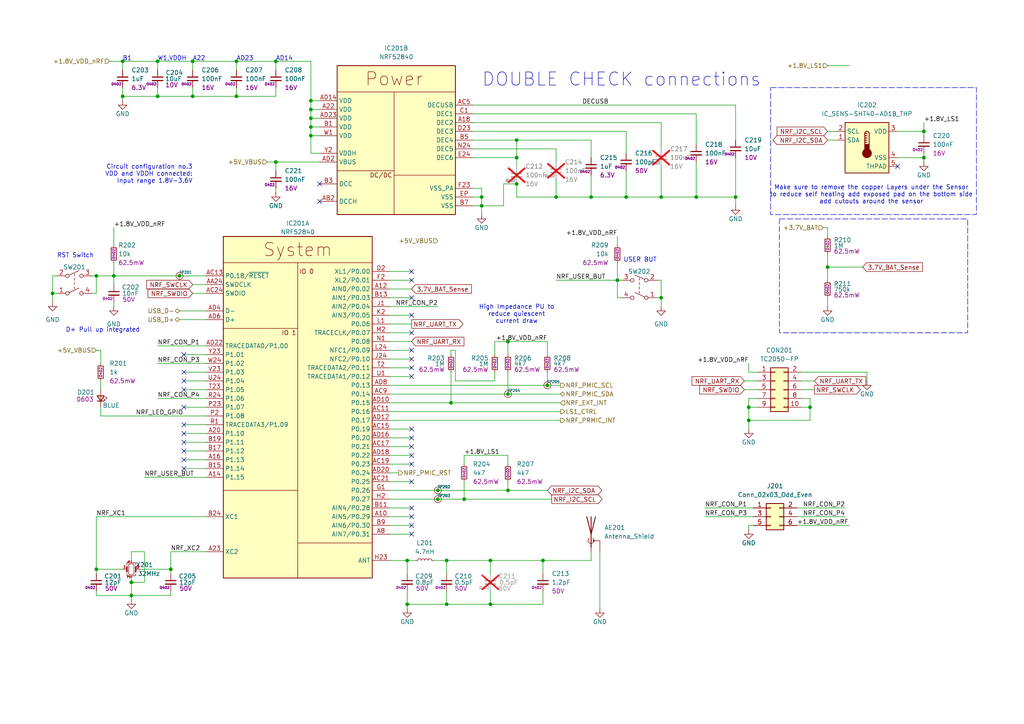
<source format=kicad_sch>
(kicad_sch (version 20231120) (generator "eeschema") (generator_version "8.0")
  (paper "A4")
  (junction (at 35.56 17.78))
  (junction (at 161.29 57.15))
  (junction (at 27.94 165.1))
  (junction (at 35.56 27.94))
  (junction (at 213.36 57.15))
  (junction (at 90.17 31.75))
  (junction (at 90.17 29.21))
  (junction (at 157.48 162.56))
  (junction (at 171.45 57.15))
  (junction (at 139.7 57.15))
  (junction (at 68.58 17.78))
  (junction (at 147.32 142.24))
  (junction (at 127 144.78))
  (junction (at 90.17 34.29))
  (junction (at 179.07 81.28))
  (junction (at 129.54 162.56))
  (junction (at 55.88 17.78))
  (junction (at 45.72 17.78))
  (junction (at 147.32 99.06))
  (junction (at 38.1 172.72))
  (junction (at 217.17 121.92))
  (junction (at 267.97 38.1))
  (junction (at 118.11 162.56))
  (junction (at 55.88 27.94))
  (junction (at 90.17 36.83))
  (junction (at 68.58 27.94))
  (junction (at 181.61 57.15))
  (junction (at 129.54 175.26))
  (junction (at 90.17 39.37))
  (junction (at 149.86 40.64))
  (junction (at 127 142.24))
  (junction (at 191.77 86.36))
  (junction (at 15.24 85.09))
  (junction (at 201.93 57.15))
  (junction (at 118.11 175.26))
  (junction (at 130.81 116.84))
  (junction (at 80.01 17.78))
  (junction (at 49.53 165.1))
  (junction (at 147.32 114.3))
  (junction (at 142.24 162.56))
  (junction (at 38.1 168.91))
  (junction (at 139.7 59.69))
  (junction (at 27.94 80.01))
  (junction (at 158.75 111.76))
  (junction (at 52.07 80.01))
  (junction (at 142.24 175.26))
  (junction (at 33.02 80.01))
  (junction (at 191.77 57.15))
  (junction (at 134.62 144.78))
  (junction (at 267.97 45.72))
  (junction (at 149.86 53.34))
  (junction (at 80.01 46.99))
  (junction (at 217.17 118.11))
  (junction (at 149.86 45.72))
  (junction (at 45.72 27.94))
  (junction (at 240.03 77.47))
  (junction (at 234.95 118.11))
  (no_connect (at 119.38 124.46))
  (no_connect (at 260.35 48.26))
  (no_connect (at 119.38 129.54))
  (no_connect (at 53.34 118.11))
  (no_connect (at 119.38 81.28))
  (no_connect (at 119.38 101.6))
  (no_connect (at 119.38 96.52))
  (no_connect (at 119.38 127))
  (no_connect (at 119.38 106.68))
  (no_connect (at 119.38 104.14))
  (no_connect (at 119.38 139.7))
  (no_connect (at 53.34 125.73))
  (no_connect (at 119.38 78.74))
  (no_connect (at 119.38 134.62))
  (no_connect (at 53.34 102.87))
  (no_connect (at 119.38 149.86))
  (no_connect (at 53.34 133.35))
  (no_connect (at 92.71 58.42))
  (no_connect (at 119.38 152.4))
  (no_connect (at 119.38 91.44))
  (no_connect (at 53.34 107.95))
  (no_connect (at 53.34 123.19))
  (no_connect (at 53.34 128.27))
  (no_connect (at 53.34 113.03))
  (no_connect (at 119.38 132.08))
  (no_connect (at 119.38 147.32))
  (no_connect (at 53.34 135.89))
  (no_connect (at 53.34 130.81))
  (no_connect (at 53.34 110.49))
  (no_connect (at 119.38 109.22))
  (no_connect (at 119.38 154.94))
  (no_connect (at 119.38 86.36))
  (no_connect (at 92.71 53.34))
  (wire (pts (xy 53.34 118.11) (xy 59.69 118.11)))
  (wire (pts (xy 77.47 46.99) (xy 80.01 46.99)))
  (wire (pts (xy 49.53 160.02) (xy 49.53 165.1)))
  (wire (pts (xy 213.36 57.15) (xy 213.36 59.69)))
  (wire (pts (xy 238.76 66.04) (xy 240.03 66.04)))
  (wire (pts (xy 201.93 57.15) (xy 201.93 46.99)))
  (wire (pts (xy 90.17 36.83) (xy 90.17 39.37)))
  (wire (pts (xy 240.03 77.47) (xy 250.19 77.47)))
  (wire (pts (xy 127 142.24) (xy 147.32 142.24)))
  (wire (pts (xy 171.45 57.15) (xy 171.45 50.8)))
  (wire (pts (xy 179.07 68.58) (xy 179.07 71.12)))
  (wire (pts (xy 217.17 105.41) (xy 217.17 107.95)))
  (wire (pts (xy 53.34 107.95) (xy 59.69 107.95)))
  (wire (pts (xy 119.38 99.06) (xy 113.03 99.06)))
  (wire (pts (xy 267.97 46.99) (xy 267.97 45.72)))
  (wire (pts (xy 158.75 111.76) (xy 162.56 111.76)))
  (wire (pts (xy 236.22 113.03) (xy 232.41 113.03)))
  (wire (pts (xy 219.71 115.57) (xy 217.17 115.57)))
  (wire (pts (xy 161.29 57.15) (xy 171.45 57.15)))
  (wire (pts (xy 218.44 147.32) (xy 204.47 147.32)))
  (wire (pts (xy 53.34 135.89) (xy 59.69 135.89)))
  (wire (pts (xy 267.97 44.45) (xy 267.97 45.72)))
  (wire (pts (xy 181.61 57.15) (xy 181.61 49.53)))
  (wire (pts (xy 260.35 45.72) (xy 267.97 45.72)))
  (wire (pts (xy 179.07 86.36) (xy 180.34 86.36)))
  (wire (pts (xy 143.51 110.49) (xy 143.51 107.95)))
  (wire (pts (xy 240.03 73.66) (xy 240.03 77.47)))
  (wire (pts (xy 231.14 147.32) (xy 245.11 147.32)))
  (wire (pts (xy 90.17 36.83) (xy 92.71 36.83)))
  (wire (pts (xy 147.32 99.06) (xy 158.75 99.06)))
  (wire (pts (xy 113.03 144.78) (xy 127 144.78)))
  (wire (pts (xy 180.34 81.28) (xy 179.07 81.28)))
  (wire (pts (xy 137.16 33.02) (xy 201.93 33.02)))
  (wire (pts (xy 45.72 20.32) (xy 45.72 17.78)))
  (wire (pts (xy 161.29 57.15) (xy 161.29 52.07)))
  (wire (pts (xy 129.54 162.56) (xy 125.73 162.56)))
  (wire (pts (xy 68.58 25.4) (xy 68.58 27.94)))
  (wire (pts (xy 236.22 110.49) (xy 232.41 110.49)))
  (wire (pts (xy 149.86 45.72) (xy 149.86 48.26)))
  (wire (pts (xy 53.34 125.73) (xy 59.69 125.73)))
  (wire (pts (xy 80.01 17.78) (xy 90.17 17.78)))
  (wire (pts (xy 129.54 175.26) (xy 142.24 175.26)))
  (wire (pts (xy 55.88 17.78) (xy 55.88 20.32)))
  (wire (pts (xy 33.02 87.63) (xy 33.02 88.9)))
  (wire (pts (xy 134.62 132.08) (xy 147.32 132.08)))
  (wire (pts (xy 251.46 107.95) (xy 251.46 110.49)))
  (wire (pts (xy 38.1 162.56) (xy 38.1 160.02)))
  (wire (pts (xy 240.03 38.1) (xy 242.57 38.1)))
  (wire (pts (xy 240.03 77.47) (xy 240.03 81.28)))
  (wire (pts (xy 234.95 115.57) (xy 234.95 118.11)))
  (wire (pts (xy 40.64 165.1) (xy 49.53 165.1)))
  (wire (pts (xy 191.77 57.15) (xy 191.77 48.26)))
  (wire (pts (xy 80.01 54.61) (xy 80.01 55.88)))
  (wire (pts (xy 142.24 162.56) (xy 157.48 162.56)))
  (wire (pts (xy 234.95 121.92) (xy 234.95 118.11)))
  (wire (pts (xy 115.57 137.16) (xy 113.03 137.16)))
  (wire (pts (xy 240.03 19.05) (xy 246.38 19.05)))
  (wire (pts (xy 137.16 30.48) (xy 213.36 30.48)))
  (wire (pts (xy 15.24 87.63) (xy 15.24 85.09)))
  (wire (pts (xy 147.32 99.06) (xy 147.32 102.87)))
  (wire (pts (xy 68.58 27.94) (xy 80.01 27.94)))
  (wire (pts (xy 35.56 17.78) (xy 45.72 17.78)))
  (wire (pts (xy 38.1 160.02) (xy 41.91 160.02)))
  (wire (pts (xy 191.77 57.15) (xy 181.61 57.15)))
  (wire (pts (xy 191.77 81.28) (xy 191.77 86.36)))
  (wire (pts (xy 147.32 114.3) (xy 162.56 114.3)))
  (wire (pts (xy 27.94 80.01) (xy 27.94 85.09)))
  (wire (pts (xy 59.69 92.71) (xy 52.07 92.71)))
  (wire (pts (xy 147.32 107.95) (xy 147.32 114.3)))
  (wire (pts (xy 120.65 162.56) (xy 118.11 162.56)))
  (wire (pts (xy 137.16 40.64) (xy 149.86 40.64)))
  (wire (pts (xy 53.34 128.27) (xy 59.69 128.27)))
  (wire (pts (xy 149.86 57.15) (xy 149.86 53.34)))
  (wire (pts (xy 119.38 147.32) (xy 113.03 147.32)))
  (wire (pts (xy 217.17 121.92) (xy 217.17 124.46)))
  (wire (pts (xy 27.94 149.86) (xy 59.69 149.86)))
  (wire (pts (xy 171.45 40.64) (xy 171.45 45.72)))
  (wire (pts (xy 157.48 162.56) (xy 157.48 166.37)))
  (wire (pts (xy 267.97 38.1) (xy 260.35 38.1)))
  (wire (pts (xy 142.24 162.56) (xy 129.54 162.56)))
  (wire (pts (xy 31.75 17.78) (xy 35.56 17.78)))
  (wire (pts (xy 158.75 107.95) (xy 158.75 111.76)))
  (wire (pts (xy 33.02 80.01) (xy 33.02 82.55)))
  (wire (pts (xy 142.24 171.45) (xy 142.24 175.26)))
  (wire (pts (xy 27.94 149.86) (xy 27.94 165.1)))
  (wire (pts (xy 15.24 80.01) (xy 15.24 85.09)))
  (wire (pts (xy 45.72 17.78) (xy 55.88 17.78)))
  (wire (pts (xy 217.17 118.11) (xy 217.17 121.92)))
  (wire (pts (xy 157.48 162.56) (xy 171.45 162.56)))
  (wire (pts (xy 217.17 118.11) (xy 219.71 118.11)))
  (wire (pts (xy 16.51 80.01) (xy 15.24 80.01)))
  (wire (pts (xy 147.32 132.08) (xy 147.32 134.62)))
  (wire (pts (xy 129.54 175.26) (xy 118.11 175.26)))
  (wire (pts (xy 240.03 40.64) (xy 242.57 40.64)))
  (wire (pts (xy 130.81 116.84) (xy 162.56 116.84)))
  (wire (pts (xy 232.41 107.95) (xy 251.46 107.95)))
  (wire (pts (xy 29.21 118.11) (xy 29.21 120.65)))
  (wire (pts (xy 29.21 101.6) (xy 29.21 105.41)))
  (wire (pts (xy 147.32 139.7) (xy 147.32 142.24)))
  (wire (pts (xy 143.51 102.87) (xy 143.51 99.06)))
  (wire (pts (xy 158.75 99.06) (xy 158.75 102.87)))
  (wire (pts (xy 217.17 152.4) (xy 218.44 152.4)))
  (wire (pts (xy 139.7 57.15) (xy 139.7 59.69)))
  (wire (pts (xy 139.7 57.15) (xy 137.16 57.15)))
  (wire (pts (xy 119.38 149.86) (xy 113.03 149.86)))
  (wire (pts (xy 45.72 27.94) (xy 45.72 25.4)))
  (wire (pts (xy 29.21 110.49) (xy 29.21 113.03)))
  (wire (pts (xy 179.07 76.2) (xy 179.07 81.28)))
  (wire (pts (xy 90.17 34.29) (xy 92.71 34.29)))
  (wire (pts (xy 142.24 175.26) (xy 157.48 175.26)))
  (wire (pts (xy 137.16 35.56) (xy 191.77 35.56)))
  (wire (pts (xy 55.88 27.94) (xy 68.58 27.94)))
  (wire (pts (xy 217.17 115.57) (xy 217.17 118.11)))
  (wire (pts (xy 33.02 80.01) (xy 52.07 80.01)))
  (wire (pts (xy 267.97 35.56) (xy 267.97 38.1)))
  (wire (pts (xy 139.7 54.61) (xy 139.7 57.15)))
  (wire (pts (xy 139.7 59.69) (xy 139.7 62.23)))
  (wire (pts (xy 29.21 120.65) (xy 59.69 120.65)))
  (wire (pts (xy 119.38 101.6) (xy 113.03 101.6)))
  (wire (pts (xy 191.77 35.56) (xy 191.77 43.18)))
  (wire (pts (xy 55.88 17.78) (xy 68.58 17.78)))
  (wire (pts (xy 90.17 34.29) (xy 90.17 36.83)))
  (wire (pts (xy 119.38 104.14) (xy 113.03 104.14)))
  (wire (pts (xy 35.56 27.94) (xy 45.72 27.94)))
  (wire (pts (xy 213.36 30.48) (xy 213.36 40.64)))
  (wire (pts (xy 53.34 130.81) (xy 59.69 130.81)))
  (wire (pts (xy 59.69 90.17) (xy 52.07 90.17)))
  (wire (pts (xy 55.88 85.09) (xy 59.69 85.09)))
  (wire (pts (xy 119.38 78.74) (xy 113.03 78.74)))
  (wire (pts (xy 127 144.78) (xy 134.62 144.78)))
  (wire (pts (xy 129.54 166.37) (xy 129.54 162.56)))
  (wire (pts (xy 119.38 83.82) (xy 113.03 83.82)))
  (wire (pts (xy 35.56 27.94) (xy 35.56 29.21)))
  (wire (pts (xy 15.24 85.09) (xy 16.51 85.09)))
  (wire (pts (xy 171.45 160.02) (xy 171.45 162.56)))
  (wire (pts (xy 80.01 25.4) (xy 80.01 27.94)))
  (wire (pts (xy 130.81 101.6) (xy 132.08 101.6)))
  (wire (pts (xy 33.02 80.01) (xy 33.02 76.2)))
  (wire (pts (xy 80.01 46.99) (xy 92.71 46.99)))
  (wire (pts (xy 49.53 160.02) (xy 59.69 160.02)))
  (wire (pts (xy 80.01 17.78) (xy 80.01 20.32)))
  (wire (pts (xy 134.62 134.62) (xy 134.62 132.08)))
  (wire (pts (xy 119.38 154.94) (xy 113.03 154.94)))
  (wire (pts (xy 215.9 110.49) (xy 219.71 110.49)))
  (wire (pts (xy 27.94 172.72) (xy 38.1 172.72)))
  (wire (pts (xy 27.94 166.37) (xy 27.94 165.1)))
  (wire (pts (xy 119.38 124.46) (xy 113.03 124.46)))
  (wire (pts (xy 181.61 38.1) (xy 181.61 44.45)))
  (wire (pts (xy 113.03 111.76) (xy 158.75 111.76)))
  (wire (pts (xy 213.36 57.15) (xy 201.93 57.15)))
  (wire (pts (xy 240.03 86.36) (xy 240.03 88.9)))
  (wire (pts (xy 137.16 43.18) (xy 161.29 43.18)))
  (wire (pts (xy 215.9 113.03) (xy 219.71 113.03)))
  (wire (pts (xy 143.51 99.06) (xy 147.32 99.06)))
  (wire (pts (xy 119.38 106.68) (xy 113.03 106.68)))
  (wire (pts (xy 90.17 31.75) (xy 90.17 34.29)))
  (wire (pts (xy 149.86 57.15) (xy 161.29 57.15)))
  (wire (pts (xy 147.32 142.24) (xy 158.75 142.24)))
  (wire (pts (xy 53.34 123.19) (xy 59.69 123.19)))
  (wire (pts (xy 90.17 17.78) (xy 90.17 29.21)))
  (wire (pts (xy 41.91 168.91) (xy 38.1 168.91)))
  (wire (pts (xy 119.38 81.28) (xy 113.03 81.28)))
  (wire (pts (xy 27.94 80.01) (xy 33.02 80.01)))
  (wire (pts (xy 49.53 165.1) (xy 49.53 166.37)))
  (wire (pts (xy 134.62 144.78) (xy 134.62 139.7)))
  (wire (pts (xy 53.34 110.49) (xy 59.69 110.49)))
  (wire (pts (xy 118.11 176.53) (xy 118.11 175.26)))
  (wire (pts (xy 267.97 38.1) (xy 267.97 39.37)))
  (wire (pts (xy 201.93 57.15) (xy 191.77 57.15)))
  (wire (pts (xy 38.1 168.91) (xy 38.1 167.64)))
  (wire (pts (xy 68.58 17.78) (xy 68.58 20.32)))
  (wire (pts (xy 119.38 96.52) (xy 113.03 96.52)))
  (wire (pts (xy 232.41 115.57) (xy 234.95 115.57)))
  (wire (pts (xy 35.56 17.78) (xy 35.56 20.32)))
  (wire (pts (xy 118.11 162.56) (xy 113.03 162.56)))
  (wire (pts (xy 80.01 46.99) (xy 80.01 49.53)))
  (wire (pts (xy 27.94 171.45) (xy 27.94 172.72)))
  (wire (pts (xy 55.88 82.55) (xy 59.69 82.55)))
  (wire (pts (xy 191.77 88.9) (xy 191.77 86.36)))
  (wire (pts (xy 213.36 45.72) (xy 213.36 57.15)))
  (wire (pts (xy 118.11 171.45) (xy 118.11 175.26)))
  (wire (pts (xy 118.11 166.37) (xy 118.11 162.56)))
  (wire (pts (xy 27.94 85.09) (xy 26.67 85.09)))
  (wire (pts (xy 119.38 91.44) (xy 113.03 91.44)))
  (wire (pts (xy 119.38 86.36) (xy 113.03 86.36)))
  (wire (pts (xy 38.1 172.72) (xy 38.1 168.91)))
  (wire (pts (xy 119.38 134.62) (xy 113.03 134.62)))
  (wire (pts (xy 161.29 43.18) (xy 161.29 46.99)))
  (wire (pts (xy 130.81 102.87) (xy 130.81 101.6)))
  (wire (pts (xy 190.5 81.28) (xy 191.77 81.28)))
  (wire (pts (xy 33.02 66.04) (xy 33.02 71.12)))
  (wire (pts (xy 171.45 57.15) (xy 181.61 57.15)))
  (wire (pts (xy 113.03 119.38) (xy 162.56 119.38)))
  (wire (pts (xy 26.67 80.01) (xy 27.94 80.01)))
  (wire (pts (xy 49.53 172.72) (xy 49.53 171.45)))
  (wire (pts (xy 146.05 59.69) (xy 146.05 53.34)))
  (wire (pts (xy 142.24 166.37) (xy 142.24 162.56)))
  (wire (pts (xy 217.17 121.92) (xy 234.95 121.92)))
  (wire (pts (xy 90.17 39.37) (xy 92.71 39.37)))
  (wire (pts (xy 132.08 101.6) (xy 132.08 110.49)))
  (wire (pts (xy 217.17 153.67) (xy 217.17 152.4)))
  (wire (pts (xy 130.81 107.95) (xy 130.81 116.84)))
  (wire (pts (xy 38.1 173.99) (xy 38.1 172.72)))
  (wire (pts (xy 134.62 144.78) (xy 160.02 144.78)))
  (wire (pts (xy 149.86 40.64) (xy 171.45 40.64)))
  (wire (pts (xy 137.16 45.72) (xy 149.86 45.72)))
  (wire (pts (xy 53.34 133.35) (xy 59.69 133.35)))
  (wire (pts (xy 161.29 81.28) (xy 179.07 81.28)))
  (wire (pts (xy 119.38 139.7) (xy 113.03 139.7)))
  (wire (pts (xy 53.34 102.87) (xy 59.69 102.87)))
  (wire (pts (xy 35.56 25.4) (xy 35.56 27.94)))
  (wire (pts (xy 38.1 172.72) (xy 49.53 172.72)))
  (wire (pts (xy 113.03 116.84) (xy 130.81 116.84)))
  (wire (pts (xy 219.71 107.95) (xy 217.17 107.95)))
  (wire (pts (xy 68.58 17.78) (xy 80.01 17.78)))
  (wire (pts (xy 113.03 114.3) (xy 147.32 114.3)))
  (wire (pts (xy 139.7 54.61) (xy 137.16 54.61)))
  (wire (pts (xy 157.48 171.45) (xy 157.48 175.26)))
  (wire (pts (xy 129.54 171.45) (xy 129.54 175.26)))
  (wire (pts (xy 201.93 33.02) (xy 201.93 41.91)))
  (wire (pts (xy 119.38 132.08) (xy 113.03 132.08)))
  (wire (pts (xy 139.7 59.69) (xy 146.05 59.69)))
  (wire (pts (xy 179.07 81.28) (xy 179.07 86.36)))
  (wire (pts (xy 55.88 25.4) (xy 55.88 27.94)))
  (wire (pts (xy 52.07 80.01) (xy 59.69 80.01)))
  (wire (pts (xy 92.71 44.45) (xy 90.17 44.45)))
  (wire (pts (xy 132.08 110.49) (xy 143.51 110.49)))
  (wire (pts (xy 27.94 165.1) (xy 35.56 165.1)))
  (wire (pts (xy 113.03 142.24) (xy 127 142.24)))
  (wire (pts (xy 232.41 118.11) (xy 234.95 118.11)))
  (wire (pts (xy 90.17 29.21) (xy 90.17 31.75)))
  (wire (pts (xy 146.05 53.34) (xy 149.86 53.34)))
  (wire (pts (xy 240.03 66.04) (xy 240.03 68.58)))
  (wire (pts (xy 90.17 29.21) (xy 92.71 29.21)))
  (wire (pts (xy 231.14 149.86) (xy 245.11 149.86)))
  (wire (pts (xy 41.91 138.43) (xy 59.69 138.43)))
  (wire (pts (xy 173.99 176.53) (xy 173.99 160.02)))
  (wire (pts (xy 41.91 160.02) (xy 41.91 168.91)))
  (wire (pts (xy 137.16 38.1) (xy 181.61 38.1)))
  (wire (pts (xy 53.34 113.03) (xy 59.69 113.03)))
  (wire (pts (xy 231.14 152.4) (xy 246.38 152.4)))
  (wire (pts (xy 113.03 121.92) (xy 162.56 121.92)))
  (wire (pts (xy 191.77 86.36) (xy 190.5 86.36)))
  (wire (pts (xy 119.38 152.4) (xy 113.03 152.4)))
  (wire (pts (xy 119.38 93.98) (xy 113.03 93.98)))
  (wire (pts (xy 119.38 129.54) (xy 113.03 129.54)))
  (wire (pts (xy 59.69 100.33) (xy 45.72 100.33)))
  (wire (pts (xy 113.03 88.9) (xy 127 88.9)))
  (wire (pts (xy 119.38 109.22) (xy 113.03 109.22)))
  (wire (pts (xy 45.72 115.57) (xy 59.69 115.57)))
  (wire (pts (xy 27.94 101.6) (xy 29.21 101.6)))
  (wire (pts (xy 45.72 105.41) (xy 59.69 105.41)))
  (wire (pts (xy 119.38 127) (xy 113.03 127)))
  (wire (pts (xy 90.17 31.75) (xy 92.71 31.75)))
  (wire (pts (xy 45.72 27.94) (xy 55.88 27.94)))
  (wire (pts (xy 149.86 40.64) (xy 149.86 45.72)))
  (wire (pts (xy 137.16 59.69) (xy 139.7 59.69)))
  (wire (pts (xy 204.47 149.86) (xy 218.44 149.86)))
  (wire (pts (xy 90.17 44.45) (xy 90.17 39.37)))
  (rectangle (start 226.06 63.5) (end 280.67 96.52) (stroke (width 0) (type dash)))
  (rectangle (start 223.52 25.4) (end 283.21 62.23) (stroke (width 0) (type dash)))
  (text "AD23" (at 68.58 17.78 0) (effects (font (size 1.27 1.27)) (justify left bottom)))
  (text "Circuit configuration no.3\nVDD and VDDH connected:\nInput range 1.8V-3.6V" (at 55.88 53.34 0) (effects (font (size 1.27 1.27)) (justify right bottom)))
  (text "DOUBLE CHECK connections" (at 139.7 25.4 0) (effects (font (size 3.81 3.81)) (justify left bottom)))
  (text "USER BUT" (at 190.5 76.2 0) (effects (font (size 1.27 1.27)) (justify right bottom)))
  (text "A22" (at 55.88 17.78 0) (effects (font (size 1.27 1.27)) (justify left bottom)))
  (text "High Impedance PU to\nreduce quiescent\ncurrent draw" (at 149.86 91.186 0) (effects (font (size 1.27 1.27))))
  (text "AD14" (at 80.01 17.78 0) (effects (font (size 1.27 1.27)) (justify left bottom)))
  (text "Make sure to remove the copper Layers under the Sensor\nto reduce self heating add exposed pad on the bottom side\nadd cutouts around the sensor" (at 252.73 56.515 0) (effects (font (size 1.27 1.27))))
  (text "W1,VDDH" (at 45.72 17.78 0) (effects (font (size 1.27 1.27)) (justify left bottom)))
  (text "RST Switch" (at 16.51 74.93 0) (effects (font (size 1.27 1.27)) (justify left bottom)))
  (text "B1" (at 35.56 17.78 0) (effects (font (size 1.27 1.27)) (justify left bottom)))
  (text "D+ Pull up integrated" (at 40.64 96.52 0) (effects (font (size 1.27 1.27)) (justify right bottom)))
  (label "+1.8V_LS1" (at 134.62 132.08 0))
  (label "+1.8V_VDD_nRF" (at 231.14 152.4 0))
  (label "NRF_USER_BUT" (at 41.91 138.43 0))
  (label "NRF_LED_GPIO" (at 39.37 120.65 0))
  (label "+1.8V_LS1" (at 267.97 35.56 0))
  (label "NRF_XC2" (at 49.53 160.02 0))
  (label "+1.8V_VDD_nRF" (at 179.07 68.58 180))
  (label "NRF_CON_P2" (at 127 88.9 180))
  (label "NRF_CON_P2" (at 245.11 147.32 180))
  (label "+1.8V_VDD_nRF" (at 33.02 66.04 0))
  (label "NRF_CON_P1" (at 45.72 100.33 0))
  (label "NRF_CON_P3" (at 45.72 105.41 0))
  (label "NRF_USER_BUT" (at 161.29 81.28 0))
  (label "+1.8V_VDD_nRF" (at 158.75 99.06 180))
  (label "+1.8V_VDD_nRF" (at 217.17 105.41 180))
  (label "NRF_CON_P1" (at 204.47 147.32 0))
  (label "NRF_XC1" (at 27.94 149.86 0))
  (label "NRF_CON_P3" (at 204.47 149.86 0))
  (label "DECUSB" (at 176.53 30.48 180))
  (label "NRF_CON_P4" (at 245.11 149.86 180))
  (label "NRF_CON_P4" (at 45.72 115.57 0))
  (global_label "NRF_UART_TX" (shape output) (at 119.38 93.98 0) (property "Intersheetrefs" "${INTERSHEET_REFS}" (effects (hide yes))))
  (global_label "NRF_SWCLK" (shape input) (at 55.88 82.55 180) (property "Intersheetrefs" "${INTERSHEET_REFS}" (effects (hide yes))))
  (global_label "NRF_I2C_SCL" (shape output) (at 160.02 144.78 0) (property "Intersheetrefs" "${INTERSHEET_REFS}" (effects (hide yes))))
  (global_label "NRF_UART_RX" (shape input) (at 215.9 110.49 180) (property "Intersheetrefs" "${INTERSHEET_REFS}" (effects (hide yes))))
  (global_label "NRF_SWDIO" (shape input) (at 215.9 113.03 180) (property "Intersheetrefs" "${INTERSHEET_REFS}" (effects (hide yes))))
  (global_label "3.7V_BAT_Sense" (shape input) (at 250.19 77.47 0) (property "Intersheetrefs" "${INTERSHEET_REFS}" (effects (hide yes))))
  (global_label "NRF_UART_RX" (shape input) (at 119.38 99.06 0) (property "Intersheetrefs" "${INTERSHEET_REFS}" (effects (hide yes))))
  (global_label "NRF_SWDIO" (shape input) (at 55.88 85.09 180) (property "Intersheetrefs" "${INTERSHEET_REFS}" (effects (hide yes))))
  (global_label "NRF_SWCLK" (shape output) (at 236.22 113.03 0) (property "Intersheetrefs" "${INTERSHEET_REFS}" (effects (hide yes))))
  (global_label "NRF_I2C_SCL" (shape input) (at 240.03 38.1 180) (property "Intersheetrefs" "${INTERSHEET_REFS}" (effects (hide yes))))
  (global_label "NRF_UART_TX" (shape input) (at 236.22 110.49 0) (property "Intersheetrefs" "${INTERSHEET_REFS}" (effects (hide yes))))
  (global_label "NRF_I2C_SDA" (shape bidirectional) (at 158.75 142.24 0) (property "Intersheetrefs" "${INTERSHEET_REFS}" (effects (hide yes))))
  (global_label "NRF_I2C_SDA" (shape bidirectional) (at 240.03 40.64 180) (property "Intersheetrefs" "${INTERSHEET_REFS}" (effects (hide yes))))
  (global_label "3.7V_BAT_Sense" (shape input) (at 119.38 83.82 0) (property "Intersheetrefs" "${INTERSHEET_REFS}" (effects (hide yes))))
  (hierarchical_label "USB_D+" (shape bidirectional) (at 52.07 92.71 180))
  (hierarchical_label "USB_D-" (shape bidirectional) (at 52.07 90.17 180))
  (hierarchical_label "NRF_PMIC_RST" (shape output) (at 115.57 137.16 0))
  (hierarchical_label "NRF_PMIC_SCL" (shape output) (at 162.56 111.76 0))
  (hierarchical_label "+1.8V_LS1" (shape input) (at 240.03 19.05 180))
  (hierarchical_label "+5V_VBUS" (shape input) (at 127 69.85 180))
  (hierarchical_label "NRF_PMIC_SDA" (shape bidirectional) (at 162.56 114.3 0))
  (hierarchical_label "NRF_PRMIC_INT" (shape output) (at 162.56 121.92 0))
  (hierarchical_label "+5V_VBUS" (shape input) (at 27.94 101.6 180))
  (hierarchical_label "LS1_CTRL" (shape output) (at 162.56 119.38 0))
  (hierarchical_label "+1.8V_VDD_nRF" (shape input) (at 31.75 17.78 180))
  (hierarchical_label "+3.7V_BAT" (shape input) (at 238.76 66.04 180))
  (hierarchical_label "NRF_EXT_INT" (shape input) (at 162.56 116.84 0))
  (hierarchical_label "+5V_VBUS" (shape input) (at 77.47 46.99 180))
  (symbol (lib_id "IC_SENS:IC_SENS-SHT40-AD1B_THP") (at 251.46 35.56 0) (unit 1)
    (property "Reference" "IC202" (at 251.46 30.48 0))
    (property "Value" "IC_SENS-SHT40-AD1B_THP" (at 251.46 33.02 0))
    (property "Footprint" "DFN:DNF-1.5x1.5_H0.54-SHT40-AD1B_THPAD" (effects (hide yes)))
    (property "Datasheet" "${KICAD_DATASHEET}/Sensirion_SHT4x-3003109.pdf" (effects (hide yes)))
  )
  (symbol (lib_id "CAP:C-100pF-0402-50V-62.5mW-1%") (at 181.61 46.99 0) (unit 1)
    (property "Reference" "C216" (at 184.15 44.4562 0) (effects (justify left)))
    (property "Value" "100pF" (at 184.15 46.9962 0) (effects (justify left)))
    (property "Footprint" "Capacitor_SMD:C_0402_1005Metric" (effects (hide yes)))
    (property "Datasheet" "${KICAD_DATASHEET}/MLCC_FH-Guangdong-Fenghua.pdf" (effects (hide yes)))
    (property "Size" "0402" (at 179.832 48.514 0) (effects (font (size 0.762 0.762))))
    (property "Voltage" "50V" (at 184.15 49.5362 0) (effects (justify left)))
    (property "LCSC Part #" "C1546" (effects (hide yes)))
  )
  (symbol (lib_id "CAP:C-100nF-0402-16V-X7R-10%") (at 55.88 22.86 0) (unit 1)
    (property "Reference" "C206" (at 58.42 20.3262 0) (effects (justify left)))
    (property "Value" "100nF" (at 58.42 22.8662 0) (effects (justify left)))
    (property "Footprint" "Capacitor_SMD:C_0402_1005Metric" (effects (hide yes)))
    (property "Datasheet" "${KICAD_DATASHEET}/MLCC_Samsung-Electro-Mechanics.pdf" (effects (hide yes)))
    (property "Size" "0402" (at 54.102 24.384 0) (effects (font (size 0.762 0.762))))
    (property "Voltage" "16V" (at 58.42 25.4062 0) (effects (justify left)))
    (property "LCSC Part #" "C1525" (effects (hide yes)))
  )
  (symbol (lib_id "PCB:TP-PAD-0.9mm") (at 147.32 114.3 0) (unit 1)
    (property "Reference" "TP204" (at 149.098 113.284 0) (effects (font (size 0.762 0.762))))
    (property "Value" "TP" (effects (hide yes)))
    (property "Footprint" "PCB:TP_Pad_D0.9mm" (effects (hide yes)))
  )
  (symbol (lib_id "power:GND") (at 217.17 153.67 0) (unit 1)
    (property "Reference" "#PWR0213" (effects (hide yes)))
    (property "Value" "GND" (at 217.17 157.48 0))
    (property "Description" "Power symbol creates a global label with name \"GND\" , ground" (effects (hide yes)))
  )
  (symbol (lib_id "CAP:C-100nF-0402-16V-X7R-10%") (at 80.01 52.07 0) (unit 1)
    (property "Reference" "C221" (at 82.55 49.5362 0) (effects (justify left)))
    (property "Value" "100nF" (at 82.55 52.0762 0) (effects (justify left)))
    (property "Footprint" "Capacitor_SMD:C_0402_1005Metric" (effects (hide yes)))
    (property "Datasheet" "${KICAD_DATASHEET}/MLCC_Samsung-Electro-Mechanics.pdf" (effects (hide yes)))
    (property "Size" "0402" (at 78.232 53.594 0) (effects (font (size 0.762 0.762))))
    (property "Voltage" "16V" (at 82.55 54.6162 0) (effects (justify left)))
    (property "LCSC Part #" "C1525" (effects (hide yes)))
  )
  (symbol (lib_id "RES:R-750k-0402-62.5mW-1%") (at 240.03 83.82 0) (unit 1)
    (property "Reference" "R211" (at 241.808 82.296 0) (effects (justify left)))
    (property "Value" "750k" (at 241.808 83.947 0) (effects (justify left)))
    (property "Footprint" "Resistor_SMD:R_0402_1005Metric" (effects (hide yes)))
    (property "Datasheet" "${KICAD_DATASHEET}/RES_Yageo_RC_L_Series.pdf" (effects (hide yes)))
    (property "Size" "0402" (at 240.03 85.344 90) (effects (font (size 0.762 0.762)) (justify left)))
    (property "Power Rating" "62.5mW" (at 241.808 85.598 0) (effects (justify left)))
    (property "LCSC Part #" "C137937" (effects (hide yes)))
  )
  (symbol (lib_id "Connector_Generic:Conn_02x03_Odd_Even") (at 223.52 149.86 0) (unit 1)
    (property "Reference" "J201" (at 224.79 140.97 0))
    (property "Value" "Conn_02x03_Odd_Even" (at 224.79 143.51 0))
    (property "Footprint" "Connector_PinHeader_2.54mm:PinHeader_2x03_P2.54mm_Vertical" (effects (hide yes)))
    (property "Description" "Generic connector, double row, 02x03, odd/even pin numbering scheme (row 1 odd numbers, row 2 even numbers), script generated (kicad-library-utils/schlib/autogen/connector/)" (effects (hide yes)))
  )
  (symbol (lib_id "RES:R-10k-0402-62.5mW-1%") (at 33.02 73.66 0) (unit 1)
    (property "Reference" "R202" (at 34.29 71.12 0) (effects (justify left)))
    (property "Value" "10k" (at 34.29 73.66 0) (effects (justify left)))
    (property "Footprint" "Resistor_SMD:R_0402_1005Metric" (effects (hide yes)))
    (property "Datasheet" "${KICAD_DATASHEET}/Resistors_SMD_UNI-ROYAL-Uniroyal-Elec.pdf" (effects (hide yes)))
    (property "LCSC Part #" "C25744" (effects (hide yes)))
    (property "Size" "0402" (at 33.02 73.66 90) (effects (font (size 0.762 0.762))))
    (property "Power Rating" "62.5mW" (at 34.29 76.2 0) (effects (justify left)))
  )
  (symbol (lib_id "RES:R-4.7k-0402-62.5mW-1%") (at 158.75 105.41 0) (unit 1)
    (property "Reference" "R208" (at 160.528 103.886 0) (effects (justify left)))
    (property "Value" "4k7" (at 162.306 105.41 0))
    (property "Footprint" "Resistor_SMD:R_0402_1005Metric" (effects (hide yes)))
    (property "Datasheet" "${KICAD_DATASHEET}/Resistors_SMD_UNI-ROYAL-Uniroyal-Elec.pdf" (effects (hide yes)))
    (property "LCSC Part #" " C25900" (effects (hide yes)))
    (property "Size" "0402" (at 158.75 105.41 90) (effects (font (size 0.762 0.762))))
    (property "Power Rating" "62.5mW" (at 164.338 107.188 0))
  )
  (symbol (lib_id "CAP:C-0.8pF-0402-62.5mW-1%") (at 118.11 168.91 0) (unit 1)
    (property "Reference" "C209" (at 120.396 167.132 0) (effects (justify left)))
    (property "Value" "0.8pF" (at 123.19 168.91 0))
    (property "Footprint" "Capacitor_SMD:C_0402_1005Metric" (effects (hide yes)))
    (property "Datasheet" "${KICAD_DATASHEET}/CAP_YAGEO_General_purpose_class_1_NP0.pdf" (effects (hide yes)))
    (property "Size" "0402" (at 116.332 170.434 0) (effects (font (size 0.762 0.762))))
    (property "Voltage" "50V" (at 122.428 170.688 0))
    (property "LCSC Part #" " C327032" (effects (hide yes)))
  )
  (symbol (lib_id "PCB:TP-PAD-0.9mm") (at 127 142.24 0) (unit 1)
    (property "Reference" "TP202" (at 128.778 141.224 0) (effects (font (size 0.762 0.762))))
    (property "Value" "TP" (effects (hide yes)))
    (property "Footprint" "PCB:TP_Pad_D0.9mm" (effects (hide yes)))
  )
  (symbol (lib_id "RES:R-4.7k-0402-62.5mW-1%") (at 147.32 105.41 0) (unit 1)
    (property "Reference" "R206" (at 149.098 103.886 0) (effects (justify left)))
    (property "Value" "4k7" (at 150.876 105.41 0))
    (property "Footprint" "Resistor_SMD:R_0402_1005Metric" (effects (hide yes)))
    (property "Datasheet" "${KICAD_DATASHEET}/Resistors_SMD_UNI-ROYAL-Uniroyal-Elec.pdf" (effects (hide yes)))
    (property "LCSC Part #" " C25900" (effects (hide yes)))
    (property "Size" "0402" (at 147.32 105.41 90) (effects (font (size 0.762 0.762))))
    (property "Power Rating" "62.5mW" (at 152.908 107.188 0))
  )
  (symbol (lib_id "power:GND") (at 251.46 110.49 0) (unit 1)
    (property "Reference" "#PWR0212" (effects (hide yes)))
    (property "Value" "GND" (at 251.46 114.3 0))
    (property "Description" "Power symbol creates a global label with name \"GND\" , ground" (effects (hide yes)))
  )
  (symbol (lib_id "PCB:TP-PAD-0.9mm") (at 158.75 111.76 0) (unit 1)
    (property "Reference" "TP205" (at 160.528 110.744 0) (effects (font (size 0.762 0.762))))
    (property "Value" "TP" (effects (hide yes)))
    (property "Footprint" "PCB:TP_Pad_D0.9mm" (effects (hide yes)))
  )
  (symbol (lib_id "power:GND") (at 118.11 176.53 0) (mirror y) (unit 1)
    (property "Reference" "#PWR0205" (effects (hide yes)))
    (property "Value" "GND" (at 118.11 180.34 0))
    (property "Description" "Power symbol creates a global label with name \"GND\" , ground" (effects (hide yes)))
    (instances (project "Sensor_Nodes" (path "" (reference "#PWR0205") (unit 1))) (project "MCU" (path "" (reference "#PWR?") (unit 1))))
  )
  (symbol (lib_id "CAP:C-10nF-0402-50V-X7R-10%") (at 33.02 85.09 0) (unit 1)
    (property "Reference" "C202" (at 35.306 83.312 0) (effects (justify left)))
    (property "Value" "10nF" (at 37.846 85.09 0))
    (property "Footprint" "Capacitor_SMD:C_0402_1005Metric" (effects (hide yes)))
    (property "Datasheet" "${KICAD_DATASHEET}/MLCC_Samsung-Electro-Mechanics.pdf" (effects (hide yes)))
    (property "Size" "0402" (at 31.242 86.614 0) (effects (font (size 0.762 0.762))))
    (property "Voltage" "50V" (at 37.338 86.868 0))
    (property "LCSC Part #" "C15195" (effects (hide yes)))
  )
  (symbol (lib_id "CAP:C-100nF-0402-16V-X7R-10%") (at 161.29 49.53 0) (unit 1) (dnp yes)
    (property "Reference" "C214" (at 163.83 46.9962 0) (effects (justify left)))
    (property "Value" "100nF" (at 163.83 49.5362 0) (effects (justify left)))
    (property "Footprint" "Capacitor_SMD:C_0402_1005Metric" (effects (hide yes)))
    (property "Datasheet" "${KICAD_DATASHEET}/MLCC_Samsung-Electro-Mechanics.pdf" (effects (hide yes)))
    (property "Size" "0402" (at 159.512 51.054 0) (effects (font (size 0.762 0.762))))
    (property "Voltage" "16V" (at 163.83 52.0762 0) (effects (justify left)))
    (property "LCSC Part #" "C1525" (effects (hide yes)))
  )
  (symbol (lib_id "CAP:C-100nF-0402-16V-X7R-10%") (at 149.86 50.8 0) (unit 1) (dnp yes)
    (property "Reference" "C212" (at 152.4 48.2662 0) (effects (justify left)))
    (property "Value" "100nF" (at 152.4 50.8062 0) (effects (justify left)))
    (property "Footprint" "Capacitor_SMD:C_0402_1005Metric" (effects (hide yes)))
    (property "Datasheet" "${KICAD_DATASHEET}/MLCC_Samsung-Electro-Mechanics.pdf" (effects (hide yes)))
    (property "Size" "0402" (at 148.082 52.324 0) (effects (font (size 0.762 0.762))))
    (property "Voltage" "16V" (at 152.4 53.3462 0) (effects (justify left)))
    (property "LCSC Part #" "C1525" (effects (hide yes)))
  )
  (symbol (lib_id "power:GND") (at 35.56 29.21 0) (unit 1)
    (property "Reference" "#PWR0203" (effects (hide yes)))
    (property "Value" "GND" (at 35.56 33.02 0))
    (property "Description" "Power symbol creates a global label with name \"GND\" , ground" (effects (hide yes)))
    (instances (project "Sensor_Nodes" (path "" (reference "#PWR0203") (unit 1))) (project "MCU" (path "" (reference "#PWR?") (unit 1))))
  )
  (symbol (lib_id "IC-CPU:NRF52840") (at 86.36 68.58 0) (unit 1)
    (property "Reference" "IC201" (at 86.36 64.77 0))
    (property "Value" "NRF52840" (at 86.36 67.31 0))
    (property "Footprint" "Package_DFN_QFN:Nordic_AQFN-73-1EP_7x7mm_P0.5mm" (effects (hide yes)))
    (property "Datasheet" "${KICAD_DATASHEET}/nRF52840_PS_v1.7.pdf" (effects (hide yes)))
    (property "LCSC Part #" "C190794" (effects (hide yes)))
  )
  (symbol (lib_id "IC-CPU:NRF52840") (at 114.3 19.05 0) (unit 2)
    (property "Reference" "IC201" (at 114.935 13.97 0))
    (property "Value" "NRF52840" (at 114.935 16.51 0))
    (property "Footprint" "Package_DFN_QFN:Nordic_AQFN-73-1EP_7x7mm_P0.5mm" (effects (hide yes)))
    (property "Datasheet" "${KICAD_DATASHEET}/nRF52840_PS_v1.7.pdf" (effects (hide yes)))
    (property "LCSC Part #" "C190794" (effects (hide yes)))
  )
  (symbol (lib_id "power:GND") (at 267.97 46.99 0) (unit 1)
    (property "Reference" "#PWR0214" (effects (hide yes)))
    (property "Value" "GND" (at 267.97 50.8 0))
    (property "Description" "Power symbol creates a global label with name \"GND\" , ground" (effects (hide yes)))
  )
  (symbol (lib_id "CAP:C-100nF-0402-16V-X7R-10%") (at 267.97 41.91 0) (unit 1)
    (property "Reference" "C220" (at 270.51 39.3762 0) (effects (justify left)))
    (property "Value" "100nF" (at 270.51 41.9162 0) (effects (justify left)))
    (property "Footprint" "Capacitor_SMD:C_0402_1005Metric" (effects (hide yes)))
    (property "Datasheet" "${KICAD_DATASHEET}/MLCC_Samsung-Electro-Mechanics.pdf" (effects (hide yes)))
    (property "LCSC Part #" "C1525" (effects (hide yes)))
    (property "Size" "0402" (at 266.192 43.434 0) (effects (font (size 0.762 0.762))))
    (property "Voltage" "16V" (at 270.51 44.4562 0) (effects (justify left)))
    (instances (project "Sensor_Nodes" (path "" (reference "C220") (unit 1))) (project "MCU" (path "" (reference "C?") (unit 1))))
  )
  (symbol (lib_id "CAP:C-10uF-0603-10V-X5R-20%") (at 45.72 22.86 0) (unit 1)
    (property "Reference" "C204" (at 48.006 21.082 0) (effects (justify left)))
    (property "Value" "10uF" (at 50.292 22.86 0))
    (property "Footprint" "Capacitor_SMD:C_0603_1608Metric" (effects (hide yes)))
    (property "Datasheet" "${KICAD_DATASHEET}/MLCC_Samsung-Electro-Mechanics.pdf" (effects (hide yes)))
    (property "LCSC Part #" "C96446" (effects (hide yes)))
    (property "Size" "0402" (at 43.942 24.384 0) (effects (font (size 0.762 0.762))))
    (property "Voltage" "10V" (at 49.784 24.638 0))
    (instances (project "Sensor_Nodes" (path "" (reference "C204") (unit 1))) (project "MCU" (path "" (reference "C?") (unit 1))))
  )
  (symbol (lib_id "RES:R-1M-0402-62.5mW-1%") (at 143.51 105.41 0) (mirror y) (unit 1)
    (property "Reference" "R205" (at 141.732 103.886 0) (effects (justify left)))
    (property "Value" "1M" (at 141.732 105.537 0) (effects (justify left)))
    (property "Footprint" "Resistor_SMD:R_0402_1005Metric" (effects (hide yes)))
    (property "Datasheet" "${KICAD_DATASHEET}/RES_Yageo_RC_L_Series.pdf" (effects (hide yes)))
    (property "Size" "0402" (at 143.51 106.934 90) (effects (font (size 0.762 0.762)) (justify left)))
    (property "Power Rating" "62.5mW" (at 141.732 107.188 0) (effects (justify left)))
    (property "LCSC Part #" "C138033" (effects (hide yes)))
  )
  (symbol (lib_id "power:GND") (at 240.03 88.9 0) (unit 1)
    (property "Reference" "#PWR0211" (effects (hide yes)))
    (property "Value" "GND" (at 240.03 92.71 0))
    (property "Description" "Power symbol creates a global label with name \"GND\" , ground" (effects (hide yes)))
  )
  (symbol (lib_id "CAP:C-10uF-0603-10V-X5R-20%") (at 213.36 43.18 0) (unit 1)
    (property "Reference" "C219" (at 215.9 40.6462 0) (effects (justify left)))
    (property "Value" "10uF" (at 215.9 43.1862 0) (effects (justify left)))
    (property "Footprint" "Capacitor_SMD:C_0603_1608Metric" (effects (hide yes)))
    (property "Datasheet" "${KICAD_DATASHEET}/MLCC_Samsung-Electro-Mechanics.pdf" (effects (hide yes)))
    (property "LCSC Part #" "C96446" (effects (hide yes)))
    (property "Size" "0402" (at 211.582 44.704 0) (effects (font (size 0.762 0.762))))
    (property "Voltage" "10V" (at 215.9 45.7262 0) (effects (justify left)))
    (instances (project "Sensor_Nodes" (path "" (reference "C219") (unit 1))) (project "MCU" (path "" (reference "C?") (unit 1))))
  )
  (symbol (lib_id "Device:Antenna_Shield") (at 171.45 154.94 0) (unit 1)
    (property "Reference" "AE201" (at 175.26 153.0349 0) (effects (justify left)))
    (property "Value" "Antenna_Shield" (at 175.26 155.5749 0) (effects (justify left)))
    (property "Footprint" "RF_Antenna:Texas_SWRA117D_2.4GHz_Right" (effects (hide yes)))
    (property "Description" "Antenna with extra pin for shielding" (effects (hide yes)))
  )
  (symbol (lib_id "RES:R-1M-0402-62.5mW-1%") (at 130.81 105.41 0) (mirror y) (unit 1)
    (property "Reference" "R203" (at 129.032 103.886 0) (effects (justify left)))
    (property "Value" "1M" (at 129.032 105.537 0) (effects (justify left)))
    (property "Footprint" "Resistor_SMD:R_0402_1005Metric" (effects (hide yes)))
    (property "Datasheet" "${KICAD_DATASHEET}/RES_Yageo_RC_L_Series.pdf" (effects (hide yes)))
    (property "Size" "0402" (at 130.81 106.934 90) (effects (font (size 0.762 0.762)) (justify left)))
    (property "Power Rating" "62.5mW" (at 129.032 107.188 0) (effects (justify left)))
    (property "LCSC Part #" "C138033" (effects (hide yes)))
  )
  (symbol (lib_id "power:GND") (at 217.17 124.46 0) (unit 1)
    (property "Reference" "#PWR0210" (effects (hide yes)))
    (property "Value" "GND" (at 217.17 128.27 0))
    (property "Description" "Power symbol creates a global label with name \"GND\" , ground" (effects (hide yes)))
  )
  (symbol (lib_id "RES:R-1M-0402-62.5mW-1%") (at 240.03 71.12 0) (unit 1)
    (property "Reference" "R210" (at 241.808 69.596 0) (effects (justify left)))
    (property "Value" "1M" (at 241.808 71.247 0) (effects (justify left)))
    (property "Footprint" "Resistor_SMD:R_0402_1005Metric" (effects (hide yes)))
    (property "Datasheet" "${KICAD_DATASHEET}/RES_Yageo_RC_L_Series.pdf" (effects (hide yes)))
    (property "Size" "0402" (at 240.03 72.644 90) (effects (font (size 0.762 0.762)) (justify left)))
    (property "Power Rating" "62.5mW" (at 241.808 72.898 0) (effects (justify left)))
    (property "LCSC Part #" "C138033" (effects (hide yes)))
  )
  (symbol (lib_id "CON:TC2050-10P") (at 226.06 113.03 0) (unit 1)
    (property "Reference" "CON201" (at 226.06 101.6 0))
    (property "Value" "TC2050-FP" (at 226.06 104.14 0))
    (property "Footprint" "CON:CON-TAG-CONNECT_TC2050-IDC" (effects (hide yes)))
    (property "Datasheet" "${KICAD_DATASHEET}/TC2050_Datasheet.pdf" (effects (hide yes)))
  )
  (symbol (lib_id "power:GND") (at 80.01 55.88 0) (unit 1)
    (property "Reference" "#PWR0215" (effects (hide yes)))
    (property "Value" "GND" (at 80.01 59.69 0))
    (property "Description" "Power symbol creates a global label with name \"GND\" , ground" (effects (hide yes)))
  )
  (symbol (lib_id "SW:SW-GEN-TS-1187A") (at 185.42 81.28 0) (mirror y) (unit 1)
    (property "Reference" "SW202" (at 185.42 78.74 0))
    (property "Value" "SW-GEN-TS-1187A" (effects (hide yes)))
    (property "Footprint" "SW:SW-PUSH-DPST-XKS-TS-1187A" (effects (hide yes)))
    (property "Datasheet" "${KICAD_DATASHEET}/SW_XKB-Connectivity-TS-1187A-B-A-B.pdf" (effects (hide yes)))
    (property "LCSC Part #" "C318884" (effects (hide yes)))
  )
  (symbol (lib_id "D_LED:LED-BLUE-0603-AK") (at 29.21 115.57 90) (unit 1)
    (property "Reference" "D201" (at 24.892 113.792 90))
    (property "Value" "BLUE" (at 32.258 117.602 90))
    (property "Footprint" "Diode_SMD:D_0603_1608Metric" (effects (hide yes)))
    (property "Datasheet" "${KICAD_DATASHEET}/LED_Everlight-Elec.pdf" (effects (hide yes)))
    (property "Size" "0603" (at 24.638 115.824 90))
    (property "LCSC Part #" "C72041" (effects (hide yes)))
  )
  (symbol (lib_id "power:GND") (at 38.1 173.99 0) (unit 1)
    (property "Reference" "#PWR0204" (effects (hide yes)))
    (property "Value" "GND" (at 38.1 177.8 0))
    (property "Description" "Power symbol creates a global label with name \"GND\" , ground" (effects (hide yes)))
    (instances (project "Sensor_Nodes" (path "" (reference "#PWR0204") (unit 1))) (project "MCU" (path "" (reference "#PWR?") (unit 1))))
  )
  (symbol (lib_id "power:GND") (at 191.77 88.9 0) (mirror y) (unit 1)
    (property "Reference" "#PWR0208" (effects (hide yes)))
    (property "Value" "GND" (at 191.77 93.98 0))
    (property "Description" "Power symbol creates a global label with name \"GND\" , ground" (effects (hide yes)))
  )
  (symbol (lib_id "CAP:C-12pF-0402-50V-C0G-5%") (at 27.94 168.91 0) (unit 1)
    (property "Reference" "C201" (at 30.226 167.132 0) (effects (justify left)))
    (property "Value" "12pF" (at 32.766 168.91 0))
    (property "Footprint" "Capacitor_SMD:C_0402_1005Metric" (effects (hide yes)))
    (property "Datasheet" "${KICAD_DATASHEET}/MLCC_FH-Guangdong-Fenghua.pdf" (effects (hide yes)))
    (property "LCSC Part #" "C1547" (effects (hide yes)))
    (property "Size" "0402" (at 26.162 170.434 0) (effects (font (size 0.762 0.762))))
    (property "Voltage" "50V" (at 32.258 170.688 0))
    (instances (project "Sensor_Nodes" (path "" (reference "C201") (unit 1))) (project "MCU" (path "" (reference "C?") (unit 1))))
  )
  (symbol (lib_id "power:GND") (at 33.02 88.9 0) (unit 1)
    (property "Reference" "#PWR0202" (effects (hide yes)))
    (property "Value" "GND" (at 33.02 93.98 0))
    (property "Description" "Power symbol creates a global label with name \"GND\" , ground" (effects (hide yes)))
  )
  (symbol (lib_id "RES:R-4.7k-0402-62.5mW-1%") (at 134.62 137.16 0) (unit 1)
    (property "Reference" "R204" (at 137.16 134.6199 0) (effects (justify left)))
    (property "Value" "4k7" (at 137.16 137.1599 0) (effects (justify left)))
    (property "Footprint" "Resistor_SMD:R_0402_1005Metric" (effects (hide yes)))
    (property "Datasheet" "${KICAD_DATASHEET}/Resistors_SMD_UNI-ROYAL-Uniroyal-Elec.pdf" (effects (hide yes)))
    (property "LCSC Part #" " C25900" (effects (hide yes)))
    (property "Size" "0402" (at 134.62 137.16 90) (effects (font (size 0.762 0.762))))
    (property "Power Rating" "62.5mW" (at 137.16 139.6999 0) (effects (justify left)))
  )
  (symbol (lib_id "CAP:C-0.5pF-0402-62.5mW-2%") (at 142.24 168.91 0) (unit 1) (dnp yes)
    (property "Reference" "C211" (at 144.526 167.132 0) (effects (justify left)))
    (property "Value" "0.5pF" (at 144.78 168.9162 0) (effects (justify left)))
    (property "Footprint" "Capacitor_SMD:C_0402_1005Metric" (effects (hide yes)))
    (property "Datasheet" "${KICAD_DATASHEET}/MLCC_FH-Guangdong-Fenghua.pdf" (effects (hide yes)))
    (property "Size" "0402" (at 138.938 170.434 0) (effects (font (size 0.762 0.762)) (justify left)))
    (property "Voltage" "50V" (at 144.526 170.688 0) (effects (justify left)))
    (property "LCSC Part #" "C285052" (effects (hide yes)))
  )
  (symbol (lib_id "CAP:C-1.2pF-0402-62.5mW-1%") (at 157.48 168.91 0) (unit 1)
    (property "Reference" "C213" (at 160.02 166.3762 0) (effects (justify left)))
    (property "Value" "1.2pF" (at 160.02 168.9162 0) (effects (justify left)))
    (property "Footprint" "Capacitor_SMD:C_0402_1005Metric" (effects (hide yes)))
    (property "Datasheet" "${KICAD_DATASHEET}/MLCC_FH-Guangdong-Fenghua.pdf" (effects (hide yes)))
    (property "Size" "0402" (at 155.702 170.434 0) (effects (font (size 0.762 0.762))))
    (property "Voltage" "50V" (at 160.02 171.4562 0) (effects (justify left)))
    (property "LCSC Part #q" "C1551" (effects (hide yes)))
  )
  (symbol (lib_id "OSC:XTAL-32MHz-3225-20pF") (at 38.1 165.1 0) (unit 1)
    (property "Reference" "X201" (at 41.91 163.83 0))
    (property "Value" "32MHz" (at 43.18 166.37 0))
    (property "Footprint" "Crystal:Crystal_SMD_3225-4Pin_3.2x2.5mm" (effects (hide yes)))
    (property "Datasheet" "${KICAD_DATASHEET}/XTAL_32MHz_Shenzhen-SCTF-Elec.pdf" (effects (hide yes)))
    (property "Size" "3225" (effects (hide yes)))
    (property "LCSC Part #" "C2901708" (effects (hide yes)))
  )
  (symbol (lib_id "PCB:TP-PAD-0.9mm") (at 127 144.78 0) (unit 1)
    (property "Reference" "TP203" (at 128.778 143.764 0) (effects (font (size 0.762 0.762))))
    (property "Value" "TP" (effects (hide yes)))
    (property "Footprint" "PCB:TP_Pad_D0.9mm" (effects (hide yes)))
  )
  (symbol (lib_id "SW:SW-GEN-TS-1187A") (at 21.59 80.01 0) (unit 1)
    (property "Reference" "SW201" (at 21.59 77.47 0))
    (property "Value" "SW-GEN-TS-1187A" (effects (hide yes)))
    (property "Footprint" "SW:SW-PUSH-DPST-XKS-TS-1187A" (effects (hide yes)))
    (property "Datasheet" "${KICAD_DATASHEET}/SW_XKB-Connectivity-TS-1187A-B-A-B.pdf" (effects (hide yes)))
    (property "LCSC Part #" "C318884" (effects (hide yes)))
  )
  (symbol (lib_id "CAP:C-1uF-0402-6.3V-X5R-20%") (at 35.56 22.86 0) (unit 1)
    (property "Reference" "C203" (at 38.1 20.3262 0) (effects (justify left)))
    (property "Value" "1uF" (at 38.1 22.8662 0) (effects (justify left)))
    (property "Footprint" "Capacitor_SMD:C_0402_1005Metric" (effects (hide yes)))
    (property "Datasheet" "${KICAD_DATASHEET}/MLCC_Samsung-Electro-Mechanics.pdf" (effects (hide yes)))
    (property "Size" "0402" (at 33.782 24.384 0) (effects (font (size 0.762 0.762))))
    (property "Voltage" "6.3V" (at 38.1 25.4062 0) (effects (justify left)))
    (property "LCSC Part #" "C15525" (effects (hide yes)))
  )
  (symbol (lib_id "CAP:C-100nF-0402-16V-X7R-10%") (at 68.58 22.86 0) (unit 1)
    (property "Reference" "C207" (at 71.12 20.3262 0) (effects (justify left)))
    (property "Value" "100nF" (at 71.12 22.8662 0) (effects (justify left)))
    (property "Footprint" "Capacitor_SMD:C_0402_1005Metric" (effects (hide yes)))
    (property "Datasheet" "${KICAD_DATASHEET}/MLCC_Samsung-Electro-Mechanics.pdf" (effects (hide yes)))
    (property "Size" "0402" (at 66.802 24.384 0) (effects (font (size 0.762 0.762))))
    (property "Voltage" "16V" (at 71.12 25.4062 0) (effects (justify left)))
    (property "LCSC Part #" "C1525" (effects (hide yes)))
  )
  (symbol (lib_id "RES:R-4.7k-0402-62.5mW-1%") (at 147.32 137.16 0) (unit 1)
    (property "Reference" "R207" (at 149.86 134.6199 0) (effects (justify left)))
    (property "Value" "4k7" (at 149.86 137.1599 0) (effects (justify left)))
    (property "Footprint" "Resistor_SMD:R_0402_1005Metric" (effects (hide yes)))
    (property "Datasheet" "${KICAD_DATASHEET}/Resistors_SMD_UNI-ROYAL-Uniroyal-Elec.pdf" (effects (hide yes)))
    (property "LCSC Part #" " C25900" (effects (hide yes)))
    (property "Size" "0402" (at 147.32 137.16 90) (effects (font (size 0.762 0.762))))
    (property "Power Rating" "62.5mW" (at 149.86 139.6999 0) (effects (justify left)))
  )
  (symbol (lib_id "CAP:C-1uF-0402-6.3V-X5R-20%") (at 171.45 48.26 0) (unit 1)
    (property "Reference" "C215" (at 173.99 45.7262 0) (effects (justify left)))
    (property "Value" "1uF" (at 173.99 48.2662 0) (effects (justify left)))
    (property "Footprint" "Capacitor_SMD:C_0402_1005Metric" (effects (hide yes)))
    (property "Datasheet" "${KICAD_DATASHEET}/MLCC_Samsung-Electro-Mechanics.pdf" (effects (hide yes)))
    (property "Size" "0402" (at 169.672 49.784 0) (effects (font (size 0.762 0.762))))
    (property "Voltage" "6.3V" (at 173.99 50.8062 0) (effects (justify left)))
    (property "LCSC Part #" "C15525" (effects (hide yes)))
  )
  (symbol (lib_id "RES:R-1k-0402-62.mW-1%") (at 29.21 107.95 0) (unit 1)
    (property "Reference" "R201" (at 31.75 105.4099 0) (effects (justify left)))
    (property "Value" "1k" (at 31.75 107.9499 0) (effects (justify left)))
    (property "Footprint" "Resistor_SMD:R_0402_1005Metric" (effects (hide yes)))
    (property "Datasheet" "${KICAD_DATASHEET}/Resistors_SMD_UNI-ROYAL-Uniroyal-Elec.pdf" (effects (hide yes)))
    (property "Size" "0402" (at 29.21 107.95 90) (effects (font (size 0.762 0.762))))
    (property "Power Rating" "62.5mW" (at 31.75 110.4899 0) (effects (justify left)))
    (property "LCSC Part #" "C11702" (effects (hide yes)))
  )
  (symbol (lib_id "IND:L-4.7nH-0402-300mA") (at 123.19 162.56 270) (unit 1)
    (property "Reference" "L201" (at 123.19 157.48 90))
    (property "Value" "4.7nH" (at 123.19 160.02 90))
    (property "Footprint" "Inductor_SMD:L_0402_1005Metric" (effects (hide yes)))
    (property "Datasheet" "${KICAD_DATASHEET}/IND_Sunlord_MCCI.pdf" (effects (hide yes)))
    (property "Current" "300mA" (effects (hide yes)))
    (property "Size" "0402" (effects (hide yes)))
    (property "quality factor" "8" (effects (hide yes)))
    (property "LCSC Part #" "C370227" (effects (hide yes)))
  )
  (symbol (lib_id "CAP:C-100nF-0402-16V-X7R-10%") (at 80.01 22.86 0) (unit 1)
    (property "Reference" "C208" (at 82.55 20.3262 0) (effects (justify left)))
    (property "Value" "100nF" (at 82.55 22.8662 0) (effects (justify left)))
    (property "Footprint" "Capacitor_SMD:C_0402_1005Metric" (effects (hide yes)))
    (property "Datasheet" "${KICAD_DATASHEET}/MLCC_Samsung-Electro-Mechanics.pdf" (effects (hide yes)))
    (property "Size" "0402" (at 78.232 24.384 0) (effects (font (size 0.762 0.762))))
    (property "Voltage" "16V" (at 82.55 25.4062 0) (effects (justify left)))
    (property "LCSC Part #" "C1525" (effects (hide yes)))
  )
  (symbol (lib_id "power:GND") (at 139.7 62.23 0) (unit 1)
    (property "Reference" "#PWR0206" (effects (hide yes)))
    (property "Value" "GND" (at 139.7 66.04 0))
    (property "Description" "Power symbol creates a global label with name \"GND\" , ground" (effects (hide yes)))
  )
  (symbol (lib_id "CAP:C-12pF-0402-50V-C0G-5%") (at 49.53 168.91 0) (unit 1)
    (property "Reference" "C205" (at 51.816 167.132 0) (effects (justify left)))
    (property "Value" "12pF" (at 54.356 168.91 0))
    (property "Footprint" "Capacitor_SMD:C_0402_1005Metric" (effects (hide yes)))
    (property "Datasheet" "${KICAD_DATASHEET}/MLCC_FH-Guangdong-Fenghua.pdf" (effects (hide yes)))
    (property "LCSC Part #" "C1547" (effects (hide yes)))
    (property "Size" "0402" (at 47.752 170.434 0) (effects (font (size 0.762 0.762))))
    (property "Voltage" "50V" (at 53.848 170.688 0))
    (instances (project "Sensor_Nodes" (path "" (reference "C205") (unit 1))) (project "MCU" (path "" (reference "C?") (unit 1))))
  )
  (symbol (lib_id "CAP:C-100nF-0402-16V-X7R-10%") (at 201.93 44.45 0) (unit 1)
    (property "Reference" "C218" (at 204.47 41.9162 0) (effects (justify left)))
    (property "Value" "100nF" (at 204.47 44.4562 0) (effects (justify left)))
    (property "Footprint" "Capacitor_SMD:C_0402_1005Metric" (effects (hide yes)))
    (property "Datasheet" "${KICAD_DATASHEET}/MLCC_Samsung-Electro-Mechanics.pdf" (effects (hide yes)))
    (property "Size" "0402" (at 200.152 45.974 0) (effects (font (size 0.762 0.762))))
    (property "Voltage" "16V" (at 204.47 46.9962 0) (effects (justify left)))
    (property "LCSC Part #" "C1525" (effects (hide yes)))
  )
  (symbol (lib_id "CAP:C-100nF-0402-16V-X7R-10%") (at 191.77 45.72 0) (unit 1) (dnp yes)
    (property "Reference" "C217" (at 194.31 43.1862 0) (effects (justify left)))
    (property "Value" "100nF" (at 194.31 45.7262 0) (effects (justify left)))
    (property "Footprint" "Capacitor_SMD:C_0402_1005Metric" (effects (hide yes)))
    (property "Datasheet" "${KICAD_DATASHEET}/MLCC_Samsung-Electro-Mechanics.pdf" (effects (hide yes)))
    (property "Size" "0402" (at 189.992 47.244 0) (effects (font (size 0.762 0.762))))
    (property "Voltage" "16V" (at 194.31 48.2662 0) (effects (justify left)))
    (property "LCSC Part #" "C1525" (effects (hide yes)))
  )
  (symbol (lib_id "power:GND") (at 173.99 176.53 0) (mirror y) (unit 1)
    (property "Reference" "#PWR0207" (effects (hide yes)))
    (property "Value" "GND" (at 173.99 180.34 0))
    (property "Description" "Power symbol creates a global label with name \"GND\" , ground" (effects (hide yes)))
  )
  (symbol (lib_id "RES:R-10k-0402-62.5mW-1%") (at 179.07 73.66 0) (mirror y) (unit 1)
    (property "Reference" "R209" (at 176.53 71.1199 0) (effects (justify left)))
    (property "Value" "10k" (at 176.53 73.6599 0) (effects (justify left)))
    (property "Footprint" "Resistor_SMD:R_0402_1005Metric" (effects (hide yes)))
    (property "Datasheet" "${KICAD_DATASHEET}/Resistors_SMD_UNI-ROYAL-Uniroyal-Elec.pdf" (effects (hide yes)))
    (property "LCSC Part #" "C25744" (effects (hide yes)))
    (property "Size" "0402" (at 179.07 73.66 90) (effects (font (size 0.762 0.762))))
    (property "Power Rating" "62.5mW" (at 176.53 76.1999 0) (effects (justify left)))
  )
  (symbol (lib_id "power:GND") (at 213.36 59.69 0) (unit 1)
    (property "Reference" "#PWR0209" (effects (hide yes)))
    (property "Value" "GND" (at 213.36 63.5 0))
    (property "Description" "Power symbol creates a global label with name \"GND\" , ground" (effects (hide yes)))
  )
  (symbol (lib_id "PCB:TP-PAD-0.9mm") (at 52.07 80.01 0) (unit 1)
    (property "Reference" "TP201" (at 53.848 78.994 0) (effects (font (size 0.762 0.762))))
    (property "Value" "TP" (effects (hide yes)))
    (property "Footprint" "PCB:TP_Pad_D0.9mm" (effects (hide yes)))
  )
  (symbol (lib_id "power:GND") (at 15.24 87.63 0) (unit 1)
    (property "Reference" "#PWR0201" (effects (hide yes)))
    (property "Value" "GND" (at 15.24 92.71 0))
    (property "Description" "Power symbol creates a global label with name \"GND\" , ground" (effects (hide yes)))
  )
  (symbol (lib_id "CAP:C-0.5pF-0402-62.5mW-2%") (at 129.54 168.91 0) (unit 1)
    (property "Reference" "C210" (at 131.826 167.132 0) (effects (justify left)))
    (property "Value" "0.5pF" (at 131.826 168.91 0) (effects (justify left)))
    (property "Footprint" "Capacitor_SMD:C_0402_1005Metric" (effects (hide yes)))
    (property "Datasheet" "${KICAD_DATASHEET}/MLCC_FH-Guangdong-Fenghua.pdf" (effects (hide yes)))
    (property "Size" "0402" (at 126.238 170.434 0) (effects (font (size 0.762 0.762)) (justify left)))
    (property "Voltage" "50V" (at 131.826 170.688 0) (effects (justify left)))
    (property "LCSC Part #" "C285052" (effects (hide yes)))
  )
)
</source>
